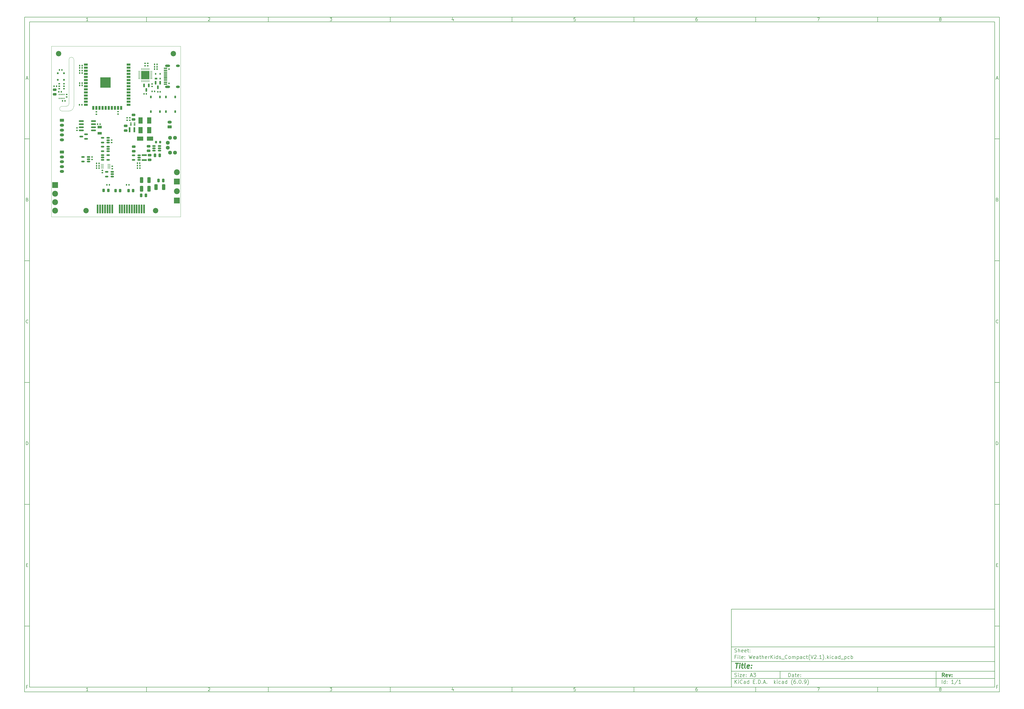
<source format=gbr>
%TF.GenerationSoftware,KiCad,Pcbnew,(6.0.9)*%
%TF.CreationDate,2023-07-16T00:02:42+05:30*%
%TF.ProjectId,WeatherKids_Compact(V2.1),57656174-6865-4724-9b69-64735f436f6d,rev?*%
%TF.SameCoordinates,Original*%
%TF.FileFunction,Soldermask,Top*%
%TF.FilePolarity,Negative*%
%FSLAX46Y46*%
G04 Gerber Fmt 4.6, Leading zero omitted, Abs format (unit mm)*
G04 Created by KiCad (PCBNEW (6.0.9)) date 2023-07-16 00:02:42*
%MOMM*%
%LPD*%
G01*
G04 APERTURE LIST*
G04 Aperture macros list*
%AMRoundRect*
0 Rectangle with rounded corners*
0 $1 Rounding radius*
0 $2 $3 $4 $5 $6 $7 $8 $9 X,Y pos of 4 corners*
0 Add a 4 corners polygon primitive as box body*
4,1,4,$2,$3,$4,$5,$6,$7,$8,$9,$2,$3,0*
0 Add four circle primitives for the rounded corners*
1,1,$1+$1,$2,$3*
1,1,$1+$1,$4,$5*
1,1,$1+$1,$6,$7*
1,1,$1+$1,$8,$9*
0 Add four rect primitives between the rounded corners*
20,1,$1+$1,$2,$3,$4,$5,0*
20,1,$1+$1,$4,$5,$6,$7,0*
20,1,$1+$1,$6,$7,$8,$9,0*
20,1,$1+$1,$8,$9,$2,$3,0*%
G04 Aperture macros list end*
%ADD10C,0.100000*%
%ADD11C,0.150000*%
%ADD12C,0.300000*%
%ADD13C,0.400000*%
%TA.AperFunction,Profile*%
%ADD14C,0.050000*%
%TD*%
%ADD15RoundRect,0.150000X0.512500X0.150000X-0.512500X0.150000X-0.512500X-0.150000X0.512500X-0.150000X0*%
%ADD16RoundRect,0.135000X0.135000X0.185000X-0.135000X0.185000X-0.135000X-0.185000X0.135000X-0.185000X0*%
%ADD17RoundRect,0.250000X0.475000X-0.250000X0.475000X0.250000X-0.475000X0.250000X-0.475000X-0.250000X0*%
%ADD18RoundRect,0.135000X-0.185000X0.135000X-0.185000X-0.135000X0.185000X-0.135000X0.185000X0.135000X0*%
%ADD19RoundRect,0.135000X0.185000X-0.135000X0.185000X0.135000X-0.185000X0.135000X-0.185000X-0.135000X0*%
%ADD20RoundRect,0.140000X-0.140000X-0.170000X0.140000X-0.170000X0.140000X0.170000X-0.140000X0.170000X0*%
%ADD21RoundRect,0.187500X-0.187500X0.312500X-0.187500X-0.312500X0.187500X-0.312500X0.187500X0.312500X0*%
%ADD22C,2.200000*%
%ADD23RoundRect,0.135000X-0.135000X-0.185000X0.135000X-0.185000X0.135000X0.185000X-0.135000X0.185000X0*%
%ADD24R,1.800000X2.500000*%
%ADD25R,2.000000X0.800000*%
%ADD26RoundRect,0.200000X0.200000X0.275000X-0.200000X0.275000X-0.200000X-0.275000X0.200000X-0.275000X0*%
%ADD27RoundRect,0.062500X0.337500X0.062500X-0.337500X0.062500X-0.337500X-0.062500X0.337500X-0.062500X0*%
%ADD28RoundRect,0.062500X0.062500X0.337500X-0.062500X0.337500X-0.062500X-0.337500X0.062500X-0.337500X0*%
%ADD29R,3.350000X3.350000*%
%ADD30RoundRect,0.150000X0.587500X0.150000X-0.587500X0.150000X-0.587500X-0.150000X0.587500X-0.150000X0*%
%ADD31R,2.500000X1.800000*%
%ADD32RoundRect,0.250000X-0.250000X-0.475000X0.250000X-0.475000X0.250000X0.475000X-0.250000X0.475000X0*%
%ADD33RoundRect,0.243750X-0.243750X-0.456250X0.243750X-0.456250X0.243750X0.456250X-0.243750X0.456250X0*%
%ADD34RoundRect,0.250000X0.250000X0.475000X-0.250000X0.475000X-0.250000X-0.475000X0.250000X-0.475000X0*%
%ADD35RoundRect,0.140000X-0.170000X0.140000X-0.170000X-0.140000X0.170000X-0.140000X0.170000X0.140000X0*%
%ADD36RoundRect,0.150000X0.825000X0.150000X-0.825000X0.150000X-0.825000X-0.150000X0.825000X-0.150000X0*%
%ADD37R,2.400000X2.400000*%
%ADD38C,2.400000*%
%ADD39RoundRect,0.250000X-0.412500X-0.925000X0.412500X-0.925000X0.412500X0.925000X-0.412500X0.925000X0*%
%ADD40RoundRect,0.150000X-0.512500X-0.150000X0.512500X-0.150000X0.512500X0.150000X-0.512500X0.150000X0*%
%ADD41C,1.600000*%
%ADD42RoundRect,0.140000X0.140000X0.170000X-0.140000X0.170000X-0.140000X-0.170000X0.140000X-0.170000X0*%
%ADD43R,1.168400X0.254000*%
%ADD44C,0.650000*%
%ADD45R,1.450000X0.600000*%
%ADD46R,1.450000X0.300000*%
%ADD47O,1.600000X1.000000*%
%ADD48O,2.100000X1.000000*%
%ADD49RoundRect,0.243750X0.243750X0.456250X-0.243750X0.456250X-0.243750X-0.456250X0.243750X-0.456250X0*%
%ADD50RoundRect,0.250000X-0.625000X0.350000X-0.625000X-0.350000X0.625000X-0.350000X0.625000X0.350000X0*%
%ADD51O,1.750000X1.200000*%
%ADD52R,0.800000X0.800000*%
%ADD53R,0.700000X3.600000*%
%ADD54RoundRect,0.150000X-0.150000X0.587500X-0.150000X-0.587500X0.150000X-0.587500X0.150000X0.587500X0*%
%ADD55R,1.500000X0.900000*%
%ADD56R,0.900000X1.500000*%
%ADD57C,0.600000*%
%ADD58R,4.200000X4.200000*%
%ADD59R,0.350000X0.500000*%
%ADD60R,0.800000X0.500000*%
%ADD61R,0.800000X2.000000*%
%ADD62R,1.800000X1.000000*%
%ADD63RoundRect,0.140000X0.170000X-0.140000X0.170000X0.140000X-0.170000X0.140000X-0.170000X-0.140000X0*%
%ADD64RoundRect,0.250000X0.625000X-0.350000X0.625000X0.350000X-0.625000X0.350000X-0.625000X-0.350000X0*%
%ADD65RoundRect,0.250000X0.412500X0.925000X-0.412500X0.925000X-0.412500X-0.925000X0.412500X-0.925000X0*%
%ADD66RoundRect,0.250000X-0.475000X0.250000X-0.475000X-0.250000X0.475000X-0.250000X0.475000X0.250000X0*%
%ADD67R,0.670001X0.299999*%
%ADD68R,1.000000X0.700000*%
%ADD69R,0.600000X0.700000*%
G04 APERTURE END LIST*
D10*
D11*
X299989000Y-253002200D02*
X299989000Y-285002200D01*
X407989000Y-285002200D01*
X407989000Y-253002200D01*
X299989000Y-253002200D01*
D10*
D11*
X10000000Y-10000000D02*
X10000000Y-287002200D01*
X409989000Y-287002200D01*
X409989000Y-10000000D01*
X10000000Y-10000000D01*
D10*
D11*
X12000000Y-12000000D02*
X12000000Y-285002200D01*
X407989000Y-285002200D01*
X407989000Y-12000000D01*
X12000000Y-12000000D01*
D10*
D11*
X60000000Y-12000000D02*
X60000000Y-10000000D01*
D10*
D11*
X110000000Y-12000000D02*
X110000000Y-10000000D01*
D10*
D11*
X160000000Y-12000000D02*
X160000000Y-10000000D01*
D10*
D11*
X210000000Y-12000000D02*
X210000000Y-10000000D01*
D10*
D11*
X260000000Y-12000000D02*
X260000000Y-10000000D01*
D10*
D11*
X310000000Y-12000000D02*
X310000000Y-10000000D01*
D10*
D11*
X360000000Y-12000000D02*
X360000000Y-10000000D01*
D10*
D11*
X36065476Y-11588095D02*
X35322619Y-11588095D01*
X35694047Y-11588095D02*
X35694047Y-10288095D01*
X35570238Y-10473809D01*
X35446428Y-10597619D01*
X35322619Y-10659523D01*
D10*
D11*
X85322619Y-10411904D02*
X85384523Y-10350000D01*
X85508333Y-10288095D01*
X85817857Y-10288095D01*
X85941666Y-10350000D01*
X86003571Y-10411904D01*
X86065476Y-10535714D01*
X86065476Y-10659523D01*
X86003571Y-10845238D01*
X85260714Y-11588095D01*
X86065476Y-11588095D01*
D10*
D11*
X135260714Y-10288095D02*
X136065476Y-10288095D01*
X135632142Y-10783333D01*
X135817857Y-10783333D01*
X135941666Y-10845238D01*
X136003571Y-10907142D01*
X136065476Y-11030952D01*
X136065476Y-11340476D01*
X136003571Y-11464285D01*
X135941666Y-11526190D01*
X135817857Y-11588095D01*
X135446428Y-11588095D01*
X135322619Y-11526190D01*
X135260714Y-11464285D01*
D10*
D11*
X185941666Y-10721428D02*
X185941666Y-11588095D01*
X185632142Y-10226190D02*
X185322619Y-11154761D01*
X186127380Y-11154761D01*
D10*
D11*
X236003571Y-10288095D02*
X235384523Y-10288095D01*
X235322619Y-10907142D01*
X235384523Y-10845238D01*
X235508333Y-10783333D01*
X235817857Y-10783333D01*
X235941666Y-10845238D01*
X236003571Y-10907142D01*
X236065476Y-11030952D01*
X236065476Y-11340476D01*
X236003571Y-11464285D01*
X235941666Y-11526190D01*
X235817857Y-11588095D01*
X235508333Y-11588095D01*
X235384523Y-11526190D01*
X235322619Y-11464285D01*
D10*
D11*
X285941666Y-10288095D02*
X285694047Y-10288095D01*
X285570238Y-10350000D01*
X285508333Y-10411904D01*
X285384523Y-10597619D01*
X285322619Y-10845238D01*
X285322619Y-11340476D01*
X285384523Y-11464285D01*
X285446428Y-11526190D01*
X285570238Y-11588095D01*
X285817857Y-11588095D01*
X285941666Y-11526190D01*
X286003571Y-11464285D01*
X286065476Y-11340476D01*
X286065476Y-11030952D01*
X286003571Y-10907142D01*
X285941666Y-10845238D01*
X285817857Y-10783333D01*
X285570238Y-10783333D01*
X285446428Y-10845238D01*
X285384523Y-10907142D01*
X285322619Y-11030952D01*
D10*
D11*
X335260714Y-10288095D02*
X336127380Y-10288095D01*
X335570238Y-11588095D01*
D10*
D11*
X385570238Y-10845238D02*
X385446428Y-10783333D01*
X385384523Y-10721428D01*
X385322619Y-10597619D01*
X385322619Y-10535714D01*
X385384523Y-10411904D01*
X385446428Y-10350000D01*
X385570238Y-10288095D01*
X385817857Y-10288095D01*
X385941666Y-10350000D01*
X386003571Y-10411904D01*
X386065476Y-10535714D01*
X386065476Y-10597619D01*
X386003571Y-10721428D01*
X385941666Y-10783333D01*
X385817857Y-10845238D01*
X385570238Y-10845238D01*
X385446428Y-10907142D01*
X385384523Y-10969047D01*
X385322619Y-11092857D01*
X385322619Y-11340476D01*
X385384523Y-11464285D01*
X385446428Y-11526190D01*
X385570238Y-11588095D01*
X385817857Y-11588095D01*
X385941666Y-11526190D01*
X386003571Y-11464285D01*
X386065476Y-11340476D01*
X386065476Y-11092857D01*
X386003571Y-10969047D01*
X385941666Y-10907142D01*
X385817857Y-10845238D01*
D10*
D11*
X60000000Y-285002200D02*
X60000000Y-287002200D01*
D10*
D11*
X110000000Y-285002200D02*
X110000000Y-287002200D01*
D10*
D11*
X160000000Y-285002200D02*
X160000000Y-287002200D01*
D10*
D11*
X210000000Y-285002200D02*
X210000000Y-287002200D01*
D10*
D11*
X260000000Y-285002200D02*
X260000000Y-287002200D01*
D10*
D11*
X310000000Y-285002200D02*
X310000000Y-287002200D01*
D10*
D11*
X360000000Y-285002200D02*
X360000000Y-287002200D01*
D10*
D11*
X36065476Y-286590295D02*
X35322619Y-286590295D01*
X35694047Y-286590295D02*
X35694047Y-285290295D01*
X35570238Y-285476009D01*
X35446428Y-285599819D01*
X35322619Y-285661723D01*
D10*
D11*
X85322619Y-285414104D02*
X85384523Y-285352200D01*
X85508333Y-285290295D01*
X85817857Y-285290295D01*
X85941666Y-285352200D01*
X86003571Y-285414104D01*
X86065476Y-285537914D01*
X86065476Y-285661723D01*
X86003571Y-285847438D01*
X85260714Y-286590295D01*
X86065476Y-286590295D01*
D10*
D11*
X135260714Y-285290295D02*
X136065476Y-285290295D01*
X135632142Y-285785533D01*
X135817857Y-285785533D01*
X135941666Y-285847438D01*
X136003571Y-285909342D01*
X136065476Y-286033152D01*
X136065476Y-286342676D01*
X136003571Y-286466485D01*
X135941666Y-286528390D01*
X135817857Y-286590295D01*
X135446428Y-286590295D01*
X135322619Y-286528390D01*
X135260714Y-286466485D01*
D10*
D11*
X185941666Y-285723628D02*
X185941666Y-286590295D01*
X185632142Y-285228390D02*
X185322619Y-286156961D01*
X186127380Y-286156961D01*
D10*
D11*
X236003571Y-285290295D02*
X235384523Y-285290295D01*
X235322619Y-285909342D01*
X235384523Y-285847438D01*
X235508333Y-285785533D01*
X235817857Y-285785533D01*
X235941666Y-285847438D01*
X236003571Y-285909342D01*
X236065476Y-286033152D01*
X236065476Y-286342676D01*
X236003571Y-286466485D01*
X235941666Y-286528390D01*
X235817857Y-286590295D01*
X235508333Y-286590295D01*
X235384523Y-286528390D01*
X235322619Y-286466485D01*
D10*
D11*
X285941666Y-285290295D02*
X285694047Y-285290295D01*
X285570238Y-285352200D01*
X285508333Y-285414104D01*
X285384523Y-285599819D01*
X285322619Y-285847438D01*
X285322619Y-286342676D01*
X285384523Y-286466485D01*
X285446428Y-286528390D01*
X285570238Y-286590295D01*
X285817857Y-286590295D01*
X285941666Y-286528390D01*
X286003571Y-286466485D01*
X286065476Y-286342676D01*
X286065476Y-286033152D01*
X286003571Y-285909342D01*
X285941666Y-285847438D01*
X285817857Y-285785533D01*
X285570238Y-285785533D01*
X285446428Y-285847438D01*
X285384523Y-285909342D01*
X285322619Y-286033152D01*
D10*
D11*
X335260714Y-285290295D02*
X336127380Y-285290295D01*
X335570238Y-286590295D01*
D10*
D11*
X385570238Y-285847438D02*
X385446428Y-285785533D01*
X385384523Y-285723628D01*
X385322619Y-285599819D01*
X385322619Y-285537914D01*
X385384523Y-285414104D01*
X385446428Y-285352200D01*
X385570238Y-285290295D01*
X385817857Y-285290295D01*
X385941666Y-285352200D01*
X386003571Y-285414104D01*
X386065476Y-285537914D01*
X386065476Y-285599819D01*
X386003571Y-285723628D01*
X385941666Y-285785533D01*
X385817857Y-285847438D01*
X385570238Y-285847438D01*
X385446428Y-285909342D01*
X385384523Y-285971247D01*
X385322619Y-286095057D01*
X385322619Y-286342676D01*
X385384523Y-286466485D01*
X385446428Y-286528390D01*
X385570238Y-286590295D01*
X385817857Y-286590295D01*
X385941666Y-286528390D01*
X386003571Y-286466485D01*
X386065476Y-286342676D01*
X386065476Y-286095057D01*
X386003571Y-285971247D01*
X385941666Y-285909342D01*
X385817857Y-285847438D01*
D10*
D11*
X10000000Y-60000000D02*
X12000000Y-60000000D01*
D10*
D11*
X10000000Y-110000000D02*
X12000000Y-110000000D01*
D10*
D11*
X10000000Y-160000000D02*
X12000000Y-160000000D01*
D10*
D11*
X10000000Y-210000000D02*
X12000000Y-210000000D01*
D10*
D11*
X10000000Y-260000000D02*
X12000000Y-260000000D01*
D10*
D11*
X10690476Y-35216666D02*
X11309523Y-35216666D01*
X10566666Y-35588095D02*
X11000000Y-34288095D01*
X11433333Y-35588095D01*
D10*
D11*
X11092857Y-84907142D02*
X11278571Y-84969047D01*
X11340476Y-85030952D01*
X11402380Y-85154761D01*
X11402380Y-85340476D01*
X11340476Y-85464285D01*
X11278571Y-85526190D01*
X11154761Y-85588095D01*
X10659523Y-85588095D01*
X10659523Y-84288095D01*
X11092857Y-84288095D01*
X11216666Y-84350000D01*
X11278571Y-84411904D01*
X11340476Y-84535714D01*
X11340476Y-84659523D01*
X11278571Y-84783333D01*
X11216666Y-84845238D01*
X11092857Y-84907142D01*
X10659523Y-84907142D01*
D10*
D11*
X11402380Y-135464285D02*
X11340476Y-135526190D01*
X11154761Y-135588095D01*
X11030952Y-135588095D01*
X10845238Y-135526190D01*
X10721428Y-135402380D01*
X10659523Y-135278571D01*
X10597619Y-135030952D01*
X10597619Y-134845238D01*
X10659523Y-134597619D01*
X10721428Y-134473809D01*
X10845238Y-134350000D01*
X11030952Y-134288095D01*
X11154761Y-134288095D01*
X11340476Y-134350000D01*
X11402380Y-134411904D01*
D10*
D11*
X10659523Y-185588095D02*
X10659523Y-184288095D01*
X10969047Y-184288095D01*
X11154761Y-184350000D01*
X11278571Y-184473809D01*
X11340476Y-184597619D01*
X11402380Y-184845238D01*
X11402380Y-185030952D01*
X11340476Y-185278571D01*
X11278571Y-185402380D01*
X11154761Y-185526190D01*
X10969047Y-185588095D01*
X10659523Y-185588095D01*
D10*
D11*
X10721428Y-234907142D02*
X11154761Y-234907142D01*
X11340476Y-235588095D02*
X10721428Y-235588095D01*
X10721428Y-234288095D01*
X11340476Y-234288095D01*
D10*
D11*
X11185714Y-284907142D02*
X10752380Y-284907142D01*
X10752380Y-285588095D02*
X10752380Y-284288095D01*
X11371428Y-284288095D01*
D10*
D11*
X409989000Y-60000000D02*
X407989000Y-60000000D01*
D10*
D11*
X409989000Y-110000000D02*
X407989000Y-110000000D01*
D10*
D11*
X409989000Y-160000000D02*
X407989000Y-160000000D01*
D10*
D11*
X409989000Y-210000000D02*
X407989000Y-210000000D01*
D10*
D11*
X409989000Y-260000000D02*
X407989000Y-260000000D01*
D10*
D11*
X408679476Y-35216666D02*
X409298523Y-35216666D01*
X408555666Y-35588095D02*
X408989000Y-34288095D01*
X409422333Y-35588095D01*
D10*
D11*
X409081857Y-84907142D02*
X409267571Y-84969047D01*
X409329476Y-85030952D01*
X409391380Y-85154761D01*
X409391380Y-85340476D01*
X409329476Y-85464285D01*
X409267571Y-85526190D01*
X409143761Y-85588095D01*
X408648523Y-85588095D01*
X408648523Y-84288095D01*
X409081857Y-84288095D01*
X409205666Y-84350000D01*
X409267571Y-84411904D01*
X409329476Y-84535714D01*
X409329476Y-84659523D01*
X409267571Y-84783333D01*
X409205666Y-84845238D01*
X409081857Y-84907142D01*
X408648523Y-84907142D01*
D10*
D11*
X409391380Y-135464285D02*
X409329476Y-135526190D01*
X409143761Y-135588095D01*
X409019952Y-135588095D01*
X408834238Y-135526190D01*
X408710428Y-135402380D01*
X408648523Y-135278571D01*
X408586619Y-135030952D01*
X408586619Y-134845238D01*
X408648523Y-134597619D01*
X408710428Y-134473809D01*
X408834238Y-134350000D01*
X409019952Y-134288095D01*
X409143761Y-134288095D01*
X409329476Y-134350000D01*
X409391380Y-134411904D01*
D10*
D11*
X408648523Y-185588095D02*
X408648523Y-184288095D01*
X408958047Y-184288095D01*
X409143761Y-184350000D01*
X409267571Y-184473809D01*
X409329476Y-184597619D01*
X409391380Y-184845238D01*
X409391380Y-185030952D01*
X409329476Y-185278571D01*
X409267571Y-185402380D01*
X409143761Y-185526190D01*
X408958047Y-185588095D01*
X408648523Y-185588095D01*
D10*
D11*
X408710428Y-234907142D02*
X409143761Y-234907142D01*
X409329476Y-235588095D02*
X408710428Y-235588095D01*
X408710428Y-234288095D01*
X409329476Y-234288095D01*
D10*
D11*
X409174714Y-284907142D02*
X408741380Y-284907142D01*
X408741380Y-285588095D02*
X408741380Y-284288095D01*
X409360428Y-284288095D01*
D10*
D11*
X323421142Y-280780771D02*
X323421142Y-279280771D01*
X323778285Y-279280771D01*
X323992571Y-279352200D01*
X324135428Y-279495057D01*
X324206857Y-279637914D01*
X324278285Y-279923628D01*
X324278285Y-280137914D01*
X324206857Y-280423628D01*
X324135428Y-280566485D01*
X323992571Y-280709342D01*
X323778285Y-280780771D01*
X323421142Y-280780771D01*
X325564000Y-280780771D02*
X325564000Y-279995057D01*
X325492571Y-279852200D01*
X325349714Y-279780771D01*
X325064000Y-279780771D01*
X324921142Y-279852200D01*
X325564000Y-280709342D02*
X325421142Y-280780771D01*
X325064000Y-280780771D01*
X324921142Y-280709342D01*
X324849714Y-280566485D01*
X324849714Y-280423628D01*
X324921142Y-280280771D01*
X325064000Y-280209342D01*
X325421142Y-280209342D01*
X325564000Y-280137914D01*
X326064000Y-279780771D02*
X326635428Y-279780771D01*
X326278285Y-279280771D02*
X326278285Y-280566485D01*
X326349714Y-280709342D01*
X326492571Y-280780771D01*
X326635428Y-280780771D01*
X327706857Y-280709342D02*
X327564000Y-280780771D01*
X327278285Y-280780771D01*
X327135428Y-280709342D01*
X327064000Y-280566485D01*
X327064000Y-279995057D01*
X327135428Y-279852200D01*
X327278285Y-279780771D01*
X327564000Y-279780771D01*
X327706857Y-279852200D01*
X327778285Y-279995057D01*
X327778285Y-280137914D01*
X327064000Y-280280771D01*
X328421142Y-280637914D02*
X328492571Y-280709342D01*
X328421142Y-280780771D01*
X328349714Y-280709342D01*
X328421142Y-280637914D01*
X328421142Y-280780771D01*
X328421142Y-279852200D02*
X328492571Y-279923628D01*
X328421142Y-279995057D01*
X328349714Y-279923628D01*
X328421142Y-279852200D01*
X328421142Y-279995057D01*
D10*
D11*
X299989000Y-281502200D02*
X407989000Y-281502200D01*
D10*
D11*
X301421142Y-283580771D02*
X301421142Y-282080771D01*
X302278285Y-283580771D02*
X301635428Y-282723628D01*
X302278285Y-282080771D02*
X301421142Y-282937914D01*
X302921142Y-283580771D02*
X302921142Y-282580771D01*
X302921142Y-282080771D02*
X302849714Y-282152200D01*
X302921142Y-282223628D01*
X302992571Y-282152200D01*
X302921142Y-282080771D01*
X302921142Y-282223628D01*
X304492571Y-283437914D02*
X304421142Y-283509342D01*
X304206857Y-283580771D01*
X304064000Y-283580771D01*
X303849714Y-283509342D01*
X303706857Y-283366485D01*
X303635428Y-283223628D01*
X303564000Y-282937914D01*
X303564000Y-282723628D01*
X303635428Y-282437914D01*
X303706857Y-282295057D01*
X303849714Y-282152200D01*
X304064000Y-282080771D01*
X304206857Y-282080771D01*
X304421142Y-282152200D01*
X304492571Y-282223628D01*
X305778285Y-283580771D02*
X305778285Y-282795057D01*
X305706857Y-282652200D01*
X305564000Y-282580771D01*
X305278285Y-282580771D01*
X305135428Y-282652200D01*
X305778285Y-283509342D02*
X305635428Y-283580771D01*
X305278285Y-283580771D01*
X305135428Y-283509342D01*
X305064000Y-283366485D01*
X305064000Y-283223628D01*
X305135428Y-283080771D01*
X305278285Y-283009342D01*
X305635428Y-283009342D01*
X305778285Y-282937914D01*
X307135428Y-283580771D02*
X307135428Y-282080771D01*
X307135428Y-283509342D02*
X306992571Y-283580771D01*
X306706857Y-283580771D01*
X306564000Y-283509342D01*
X306492571Y-283437914D01*
X306421142Y-283295057D01*
X306421142Y-282866485D01*
X306492571Y-282723628D01*
X306564000Y-282652200D01*
X306706857Y-282580771D01*
X306992571Y-282580771D01*
X307135428Y-282652200D01*
X308992571Y-282795057D02*
X309492571Y-282795057D01*
X309706857Y-283580771D02*
X308992571Y-283580771D01*
X308992571Y-282080771D01*
X309706857Y-282080771D01*
X310349714Y-283437914D02*
X310421142Y-283509342D01*
X310349714Y-283580771D01*
X310278285Y-283509342D01*
X310349714Y-283437914D01*
X310349714Y-283580771D01*
X311064000Y-283580771D02*
X311064000Y-282080771D01*
X311421142Y-282080771D01*
X311635428Y-282152200D01*
X311778285Y-282295057D01*
X311849714Y-282437914D01*
X311921142Y-282723628D01*
X311921142Y-282937914D01*
X311849714Y-283223628D01*
X311778285Y-283366485D01*
X311635428Y-283509342D01*
X311421142Y-283580771D01*
X311064000Y-283580771D01*
X312564000Y-283437914D02*
X312635428Y-283509342D01*
X312564000Y-283580771D01*
X312492571Y-283509342D01*
X312564000Y-283437914D01*
X312564000Y-283580771D01*
X313206857Y-283152200D02*
X313921142Y-283152200D01*
X313064000Y-283580771D02*
X313564000Y-282080771D01*
X314064000Y-283580771D01*
X314564000Y-283437914D02*
X314635428Y-283509342D01*
X314564000Y-283580771D01*
X314492571Y-283509342D01*
X314564000Y-283437914D01*
X314564000Y-283580771D01*
X317564000Y-283580771D02*
X317564000Y-282080771D01*
X317706857Y-283009342D02*
X318135428Y-283580771D01*
X318135428Y-282580771D02*
X317564000Y-283152200D01*
X318778285Y-283580771D02*
X318778285Y-282580771D01*
X318778285Y-282080771D02*
X318706857Y-282152200D01*
X318778285Y-282223628D01*
X318849714Y-282152200D01*
X318778285Y-282080771D01*
X318778285Y-282223628D01*
X320135428Y-283509342D02*
X319992571Y-283580771D01*
X319706857Y-283580771D01*
X319564000Y-283509342D01*
X319492571Y-283437914D01*
X319421142Y-283295057D01*
X319421142Y-282866485D01*
X319492571Y-282723628D01*
X319564000Y-282652200D01*
X319706857Y-282580771D01*
X319992571Y-282580771D01*
X320135428Y-282652200D01*
X321421142Y-283580771D02*
X321421142Y-282795057D01*
X321349714Y-282652200D01*
X321206857Y-282580771D01*
X320921142Y-282580771D01*
X320778285Y-282652200D01*
X321421142Y-283509342D02*
X321278285Y-283580771D01*
X320921142Y-283580771D01*
X320778285Y-283509342D01*
X320706857Y-283366485D01*
X320706857Y-283223628D01*
X320778285Y-283080771D01*
X320921142Y-283009342D01*
X321278285Y-283009342D01*
X321421142Y-282937914D01*
X322778285Y-283580771D02*
X322778285Y-282080771D01*
X322778285Y-283509342D02*
X322635428Y-283580771D01*
X322349714Y-283580771D01*
X322206857Y-283509342D01*
X322135428Y-283437914D01*
X322064000Y-283295057D01*
X322064000Y-282866485D01*
X322135428Y-282723628D01*
X322206857Y-282652200D01*
X322349714Y-282580771D01*
X322635428Y-282580771D01*
X322778285Y-282652200D01*
X325064000Y-284152200D02*
X324992571Y-284080771D01*
X324849714Y-283866485D01*
X324778285Y-283723628D01*
X324706857Y-283509342D01*
X324635428Y-283152200D01*
X324635428Y-282866485D01*
X324706857Y-282509342D01*
X324778285Y-282295057D01*
X324849714Y-282152200D01*
X324992571Y-281937914D01*
X325064000Y-281866485D01*
X326278285Y-282080771D02*
X325992571Y-282080771D01*
X325849714Y-282152200D01*
X325778285Y-282223628D01*
X325635428Y-282437914D01*
X325564000Y-282723628D01*
X325564000Y-283295057D01*
X325635428Y-283437914D01*
X325706857Y-283509342D01*
X325849714Y-283580771D01*
X326135428Y-283580771D01*
X326278285Y-283509342D01*
X326349714Y-283437914D01*
X326421142Y-283295057D01*
X326421142Y-282937914D01*
X326349714Y-282795057D01*
X326278285Y-282723628D01*
X326135428Y-282652200D01*
X325849714Y-282652200D01*
X325706857Y-282723628D01*
X325635428Y-282795057D01*
X325564000Y-282937914D01*
X327064000Y-283437914D02*
X327135428Y-283509342D01*
X327064000Y-283580771D01*
X326992571Y-283509342D01*
X327064000Y-283437914D01*
X327064000Y-283580771D01*
X328064000Y-282080771D02*
X328206857Y-282080771D01*
X328349714Y-282152200D01*
X328421142Y-282223628D01*
X328492571Y-282366485D01*
X328564000Y-282652200D01*
X328564000Y-283009342D01*
X328492571Y-283295057D01*
X328421142Y-283437914D01*
X328349714Y-283509342D01*
X328206857Y-283580771D01*
X328064000Y-283580771D01*
X327921142Y-283509342D01*
X327849714Y-283437914D01*
X327778285Y-283295057D01*
X327706857Y-283009342D01*
X327706857Y-282652200D01*
X327778285Y-282366485D01*
X327849714Y-282223628D01*
X327921142Y-282152200D01*
X328064000Y-282080771D01*
X329206857Y-283437914D02*
X329278285Y-283509342D01*
X329206857Y-283580771D01*
X329135428Y-283509342D01*
X329206857Y-283437914D01*
X329206857Y-283580771D01*
X329992571Y-283580771D02*
X330278285Y-283580771D01*
X330421142Y-283509342D01*
X330492571Y-283437914D01*
X330635428Y-283223628D01*
X330706857Y-282937914D01*
X330706857Y-282366485D01*
X330635428Y-282223628D01*
X330564000Y-282152200D01*
X330421142Y-282080771D01*
X330135428Y-282080771D01*
X329992571Y-282152200D01*
X329921142Y-282223628D01*
X329849714Y-282366485D01*
X329849714Y-282723628D01*
X329921142Y-282866485D01*
X329992571Y-282937914D01*
X330135428Y-283009342D01*
X330421142Y-283009342D01*
X330564000Y-282937914D01*
X330635428Y-282866485D01*
X330706857Y-282723628D01*
X331206857Y-284152200D02*
X331278285Y-284080771D01*
X331421142Y-283866485D01*
X331492571Y-283723628D01*
X331564000Y-283509342D01*
X331635428Y-283152200D01*
X331635428Y-282866485D01*
X331564000Y-282509342D01*
X331492571Y-282295057D01*
X331421142Y-282152200D01*
X331278285Y-281937914D01*
X331206857Y-281866485D01*
D10*
D11*
X299989000Y-278502200D02*
X407989000Y-278502200D01*
D10*
D12*
X387398285Y-280780771D02*
X386898285Y-280066485D01*
X386541142Y-280780771D02*
X386541142Y-279280771D01*
X387112571Y-279280771D01*
X387255428Y-279352200D01*
X387326857Y-279423628D01*
X387398285Y-279566485D01*
X387398285Y-279780771D01*
X387326857Y-279923628D01*
X387255428Y-279995057D01*
X387112571Y-280066485D01*
X386541142Y-280066485D01*
X388612571Y-280709342D02*
X388469714Y-280780771D01*
X388184000Y-280780771D01*
X388041142Y-280709342D01*
X387969714Y-280566485D01*
X387969714Y-279995057D01*
X388041142Y-279852200D01*
X388184000Y-279780771D01*
X388469714Y-279780771D01*
X388612571Y-279852200D01*
X388684000Y-279995057D01*
X388684000Y-280137914D01*
X387969714Y-280280771D01*
X389184000Y-279780771D02*
X389541142Y-280780771D01*
X389898285Y-279780771D01*
X390469714Y-280637914D02*
X390541142Y-280709342D01*
X390469714Y-280780771D01*
X390398285Y-280709342D01*
X390469714Y-280637914D01*
X390469714Y-280780771D01*
X390469714Y-279852200D02*
X390541142Y-279923628D01*
X390469714Y-279995057D01*
X390398285Y-279923628D01*
X390469714Y-279852200D01*
X390469714Y-279995057D01*
D10*
D11*
X301349714Y-280709342D02*
X301564000Y-280780771D01*
X301921142Y-280780771D01*
X302064000Y-280709342D01*
X302135428Y-280637914D01*
X302206857Y-280495057D01*
X302206857Y-280352200D01*
X302135428Y-280209342D01*
X302064000Y-280137914D01*
X301921142Y-280066485D01*
X301635428Y-279995057D01*
X301492571Y-279923628D01*
X301421142Y-279852200D01*
X301349714Y-279709342D01*
X301349714Y-279566485D01*
X301421142Y-279423628D01*
X301492571Y-279352200D01*
X301635428Y-279280771D01*
X301992571Y-279280771D01*
X302206857Y-279352200D01*
X302849714Y-280780771D02*
X302849714Y-279780771D01*
X302849714Y-279280771D02*
X302778285Y-279352200D01*
X302849714Y-279423628D01*
X302921142Y-279352200D01*
X302849714Y-279280771D01*
X302849714Y-279423628D01*
X303421142Y-279780771D02*
X304206857Y-279780771D01*
X303421142Y-280780771D01*
X304206857Y-280780771D01*
X305349714Y-280709342D02*
X305206857Y-280780771D01*
X304921142Y-280780771D01*
X304778285Y-280709342D01*
X304706857Y-280566485D01*
X304706857Y-279995057D01*
X304778285Y-279852200D01*
X304921142Y-279780771D01*
X305206857Y-279780771D01*
X305349714Y-279852200D01*
X305421142Y-279995057D01*
X305421142Y-280137914D01*
X304706857Y-280280771D01*
X306064000Y-280637914D02*
X306135428Y-280709342D01*
X306064000Y-280780771D01*
X305992571Y-280709342D01*
X306064000Y-280637914D01*
X306064000Y-280780771D01*
X306064000Y-279852200D02*
X306135428Y-279923628D01*
X306064000Y-279995057D01*
X305992571Y-279923628D01*
X306064000Y-279852200D01*
X306064000Y-279995057D01*
X307849714Y-280352200D02*
X308564000Y-280352200D01*
X307706857Y-280780771D02*
X308206857Y-279280771D01*
X308706857Y-280780771D01*
X309064000Y-279280771D02*
X309992571Y-279280771D01*
X309492571Y-279852200D01*
X309706857Y-279852200D01*
X309849714Y-279923628D01*
X309921142Y-279995057D01*
X309992571Y-280137914D01*
X309992571Y-280495057D01*
X309921142Y-280637914D01*
X309849714Y-280709342D01*
X309706857Y-280780771D01*
X309278285Y-280780771D01*
X309135428Y-280709342D01*
X309064000Y-280637914D01*
D10*
D11*
X386421142Y-283580771D02*
X386421142Y-282080771D01*
X387778285Y-283580771D02*
X387778285Y-282080771D01*
X387778285Y-283509342D02*
X387635428Y-283580771D01*
X387349714Y-283580771D01*
X387206857Y-283509342D01*
X387135428Y-283437914D01*
X387064000Y-283295057D01*
X387064000Y-282866485D01*
X387135428Y-282723628D01*
X387206857Y-282652200D01*
X387349714Y-282580771D01*
X387635428Y-282580771D01*
X387778285Y-282652200D01*
X388492571Y-283437914D02*
X388564000Y-283509342D01*
X388492571Y-283580771D01*
X388421142Y-283509342D01*
X388492571Y-283437914D01*
X388492571Y-283580771D01*
X388492571Y-282652200D02*
X388564000Y-282723628D01*
X388492571Y-282795057D01*
X388421142Y-282723628D01*
X388492571Y-282652200D01*
X388492571Y-282795057D01*
X391135428Y-283580771D02*
X390278285Y-283580771D01*
X390706857Y-283580771D02*
X390706857Y-282080771D01*
X390564000Y-282295057D01*
X390421142Y-282437914D01*
X390278285Y-282509342D01*
X392849714Y-282009342D02*
X391564000Y-283937914D01*
X394135428Y-283580771D02*
X393278285Y-283580771D01*
X393706857Y-283580771D02*
X393706857Y-282080771D01*
X393564000Y-282295057D01*
X393421142Y-282437914D01*
X393278285Y-282509342D01*
D10*
D11*
X299989000Y-274502200D02*
X407989000Y-274502200D01*
D10*
D13*
X301701380Y-275206961D02*
X302844238Y-275206961D01*
X302022809Y-277206961D02*
X302272809Y-275206961D01*
X303260904Y-277206961D02*
X303427571Y-275873628D01*
X303510904Y-275206961D02*
X303403761Y-275302200D01*
X303487095Y-275397438D01*
X303594238Y-275302200D01*
X303510904Y-275206961D01*
X303487095Y-275397438D01*
X304094238Y-275873628D02*
X304856142Y-275873628D01*
X304463285Y-275206961D02*
X304249000Y-276921247D01*
X304320428Y-277111723D01*
X304499000Y-277206961D01*
X304689476Y-277206961D01*
X305641857Y-277206961D02*
X305463285Y-277111723D01*
X305391857Y-276921247D01*
X305606142Y-275206961D01*
X307177571Y-277111723D02*
X306975190Y-277206961D01*
X306594238Y-277206961D01*
X306415666Y-277111723D01*
X306344238Y-276921247D01*
X306439476Y-276159342D01*
X306558523Y-275968866D01*
X306760904Y-275873628D01*
X307141857Y-275873628D01*
X307320428Y-275968866D01*
X307391857Y-276159342D01*
X307368047Y-276349819D01*
X306391857Y-276540295D01*
X308141857Y-277016485D02*
X308225190Y-277111723D01*
X308118047Y-277206961D01*
X308034714Y-277111723D01*
X308141857Y-277016485D01*
X308118047Y-277206961D01*
X308272809Y-275968866D02*
X308356142Y-276064104D01*
X308249000Y-276159342D01*
X308165666Y-276064104D01*
X308272809Y-275968866D01*
X308249000Y-276159342D01*
D10*
D11*
X301921142Y-272595057D02*
X301421142Y-272595057D01*
X301421142Y-273380771D02*
X301421142Y-271880771D01*
X302135428Y-271880771D01*
X302706857Y-273380771D02*
X302706857Y-272380771D01*
X302706857Y-271880771D02*
X302635428Y-271952200D01*
X302706857Y-272023628D01*
X302778285Y-271952200D01*
X302706857Y-271880771D01*
X302706857Y-272023628D01*
X303635428Y-273380771D02*
X303492571Y-273309342D01*
X303421142Y-273166485D01*
X303421142Y-271880771D01*
X304778285Y-273309342D02*
X304635428Y-273380771D01*
X304349714Y-273380771D01*
X304206857Y-273309342D01*
X304135428Y-273166485D01*
X304135428Y-272595057D01*
X304206857Y-272452200D01*
X304349714Y-272380771D01*
X304635428Y-272380771D01*
X304778285Y-272452200D01*
X304849714Y-272595057D01*
X304849714Y-272737914D01*
X304135428Y-272880771D01*
X305492571Y-273237914D02*
X305564000Y-273309342D01*
X305492571Y-273380771D01*
X305421142Y-273309342D01*
X305492571Y-273237914D01*
X305492571Y-273380771D01*
X305492571Y-272452200D02*
X305564000Y-272523628D01*
X305492571Y-272595057D01*
X305421142Y-272523628D01*
X305492571Y-272452200D01*
X305492571Y-272595057D01*
X307206857Y-271880771D02*
X307564000Y-273380771D01*
X307849714Y-272309342D01*
X308135428Y-273380771D01*
X308492571Y-271880771D01*
X309635428Y-273309342D02*
X309492571Y-273380771D01*
X309206857Y-273380771D01*
X309064000Y-273309342D01*
X308992571Y-273166485D01*
X308992571Y-272595057D01*
X309064000Y-272452200D01*
X309206857Y-272380771D01*
X309492571Y-272380771D01*
X309635428Y-272452200D01*
X309706857Y-272595057D01*
X309706857Y-272737914D01*
X308992571Y-272880771D01*
X310992571Y-273380771D02*
X310992571Y-272595057D01*
X310921142Y-272452200D01*
X310778285Y-272380771D01*
X310492571Y-272380771D01*
X310349714Y-272452200D01*
X310992571Y-273309342D02*
X310849714Y-273380771D01*
X310492571Y-273380771D01*
X310349714Y-273309342D01*
X310278285Y-273166485D01*
X310278285Y-273023628D01*
X310349714Y-272880771D01*
X310492571Y-272809342D01*
X310849714Y-272809342D01*
X310992571Y-272737914D01*
X311492571Y-272380771D02*
X312064000Y-272380771D01*
X311706857Y-271880771D02*
X311706857Y-273166485D01*
X311778285Y-273309342D01*
X311921142Y-273380771D01*
X312064000Y-273380771D01*
X312564000Y-273380771D02*
X312564000Y-271880771D01*
X313206857Y-273380771D02*
X313206857Y-272595057D01*
X313135428Y-272452200D01*
X312992571Y-272380771D01*
X312778285Y-272380771D01*
X312635428Y-272452200D01*
X312564000Y-272523628D01*
X314492571Y-273309342D02*
X314349714Y-273380771D01*
X314064000Y-273380771D01*
X313921142Y-273309342D01*
X313849714Y-273166485D01*
X313849714Y-272595057D01*
X313921142Y-272452200D01*
X314064000Y-272380771D01*
X314349714Y-272380771D01*
X314492571Y-272452200D01*
X314564000Y-272595057D01*
X314564000Y-272737914D01*
X313849714Y-272880771D01*
X315206857Y-273380771D02*
X315206857Y-272380771D01*
X315206857Y-272666485D02*
X315278285Y-272523628D01*
X315349714Y-272452200D01*
X315492571Y-272380771D01*
X315635428Y-272380771D01*
X316135428Y-273380771D02*
X316135428Y-271880771D01*
X316992571Y-273380771D02*
X316349714Y-272523628D01*
X316992571Y-271880771D02*
X316135428Y-272737914D01*
X317635428Y-273380771D02*
X317635428Y-272380771D01*
X317635428Y-271880771D02*
X317564000Y-271952200D01*
X317635428Y-272023628D01*
X317706857Y-271952200D01*
X317635428Y-271880771D01*
X317635428Y-272023628D01*
X318992571Y-273380771D02*
X318992571Y-271880771D01*
X318992571Y-273309342D02*
X318849714Y-273380771D01*
X318564000Y-273380771D01*
X318421142Y-273309342D01*
X318349714Y-273237914D01*
X318278285Y-273095057D01*
X318278285Y-272666485D01*
X318349714Y-272523628D01*
X318421142Y-272452200D01*
X318564000Y-272380771D01*
X318849714Y-272380771D01*
X318992571Y-272452200D01*
X319635428Y-273309342D02*
X319778285Y-273380771D01*
X320064000Y-273380771D01*
X320206857Y-273309342D01*
X320278285Y-273166485D01*
X320278285Y-273095057D01*
X320206857Y-272952200D01*
X320064000Y-272880771D01*
X319849714Y-272880771D01*
X319706857Y-272809342D01*
X319635428Y-272666485D01*
X319635428Y-272595057D01*
X319706857Y-272452200D01*
X319849714Y-272380771D01*
X320064000Y-272380771D01*
X320206857Y-272452200D01*
X320564000Y-273523628D02*
X321706857Y-273523628D01*
X322921142Y-273237914D02*
X322849714Y-273309342D01*
X322635428Y-273380771D01*
X322492571Y-273380771D01*
X322278285Y-273309342D01*
X322135428Y-273166485D01*
X322064000Y-273023628D01*
X321992571Y-272737914D01*
X321992571Y-272523628D01*
X322064000Y-272237914D01*
X322135428Y-272095057D01*
X322278285Y-271952200D01*
X322492571Y-271880771D01*
X322635428Y-271880771D01*
X322849714Y-271952200D01*
X322921142Y-272023628D01*
X323778285Y-273380771D02*
X323635428Y-273309342D01*
X323564000Y-273237914D01*
X323492571Y-273095057D01*
X323492571Y-272666485D01*
X323564000Y-272523628D01*
X323635428Y-272452200D01*
X323778285Y-272380771D01*
X323992571Y-272380771D01*
X324135428Y-272452200D01*
X324206857Y-272523628D01*
X324278285Y-272666485D01*
X324278285Y-273095057D01*
X324206857Y-273237914D01*
X324135428Y-273309342D01*
X323992571Y-273380771D01*
X323778285Y-273380771D01*
X324921142Y-273380771D02*
X324921142Y-272380771D01*
X324921142Y-272523628D02*
X324992571Y-272452200D01*
X325135428Y-272380771D01*
X325349714Y-272380771D01*
X325492571Y-272452200D01*
X325564000Y-272595057D01*
X325564000Y-273380771D01*
X325564000Y-272595057D02*
X325635428Y-272452200D01*
X325778285Y-272380771D01*
X325992571Y-272380771D01*
X326135428Y-272452200D01*
X326206857Y-272595057D01*
X326206857Y-273380771D01*
X326921142Y-272380771D02*
X326921142Y-273880771D01*
X326921142Y-272452200D02*
X327064000Y-272380771D01*
X327349714Y-272380771D01*
X327492571Y-272452200D01*
X327564000Y-272523628D01*
X327635428Y-272666485D01*
X327635428Y-273095057D01*
X327564000Y-273237914D01*
X327492571Y-273309342D01*
X327349714Y-273380771D01*
X327064000Y-273380771D01*
X326921142Y-273309342D01*
X328921142Y-273380771D02*
X328921142Y-272595057D01*
X328849714Y-272452200D01*
X328706857Y-272380771D01*
X328421142Y-272380771D01*
X328278285Y-272452200D01*
X328921142Y-273309342D02*
X328778285Y-273380771D01*
X328421142Y-273380771D01*
X328278285Y-273309342D01*
X328206857Y-273166485D01*
X328206857Y-273023628D01*
X328278285Y-272880771D01*
X328421142Y-272809342D01*
X328778285Y-272809342D01*
X328921142Y-272737914D01*
X330278285Y-273309342D02*
X330135428Y-273380771D01*
X329849714Y-273380771D01*
X329706857Y-273309342D01*
X329635428Y-273237914D01*
X329564000Y-273095057D01*
X329564000Y-272666485D01*
X329635428Y-272523628D01*
X329706857Y-272452200D01*
X329849714Y-272380771D01*
X330135428Y-272380771D01*
X330278285Y-272452200D01*
X330706857Y-272380771D02*
X331278285Y-272380771D01*
X330921142Y-271880771D02*
X330921142Y-273166485D01*
X330992571Y-273309342D01*
X331135428Y-273380771D01*
X331278285Y-273380771D01*
X332206857Y-273952200D02*
X332135428Y-273880771D01*
X331992571Y-273666485D01*
X331921142Y-273523628D01*
X331849714Y-273309342D01*
X331778285Y-272952200D01*
X331778285Y-272666485D01*
X331849714Y-272309342D01*
X331921142Y-272095057D01*
X331992571Y-271952200D01*
X332135428Y-271737914D01*
X332206857Y-271666485D01*
X332564000Y-271880771D02*
X333064000Y-273380771D01*
X333564000Y-271880771D01*
X333992571Y-272023628D02*
X334064000Y-271952200D01*
X334206857Y-271880771D01*
X334564000Y-271880771D01*
X334706857Y-271952200D01*
X334778285Y-272023628D01*
X334849714Y-272166485D01*
X334849714Y-272309342D01*
X334778285Y-272523628D01*
X333921142Y-273380771D01*
X334849714Y-273380771D01*
X335492571Y-273237914D02*
X335564000Y-273309342D01*
X335492571Y-273380771D01*
X335421142Y-273309342D01*
X335492571Y-273237914D01*
X335492571Y-273380771D01*
X336992571Y-273380771D02*
X336135428Y-273380771D01*
X336564000Y-273380771D02*
X336564000Y-271880771D01*
X336421142Y-272095057D01*
X336278285Y-272237914D01*
X336135428Y-272309342D01*
X337492571Y-273952200D02*
X337564000Y-273880771D01*
X337706857Y-273666485D01*
X337778285Y-273523628D01*
X337849714Y-273309342D01*
X337921142Y-272952200D01*
X337921142Y-272666485D01*
X337849714Y-272309342D01*
X337778285Y-272095057D01*
X337706857Y-271952200D01*
X337564000Y-271737914D01*
X337492571Y-271666485D01*
X338635428Y-273237914D02*
X338706857Y-273309342D01*
X338635428Y-273380771D01*
X338564000Y-273309342D01*
X338635428Y-273237914D01*
X338635428Y-273380771D01*
X339349714Y-273380771D02*
X339349714Y-271880771D01*
X339492571Y-272809342D02*
X339921142Y-273380771D01*
X339921142Y-272380771D02*
X339349714Y-272952200D01*
X340564000Y-273380771D02*
X340564000Y-272380771D01*
X340564000Y-271880771D02*
X340492571Y-271952200D01*
X340564000Y-272023628D01*
X340635428Y-271952200D01*
X340564000Y-271880771D01*
X340564000Y-272023628D01*
X341921142Y-273309342D02*
X341778285Y-273380771D01*
X341492571Y-273380771D01*
X341349714Y-273309342D01*
X341278285Y-273237914D01*
X341206857Y-273095057D01*
X341206857Y-272666485D01*
X341278285Y-272523628D01*
X341349714Y-272452200D01*
X341492571Y-272380771D01*
X341778285Y-272380771D01*
X341921142Y-272452200D01*
X343206857Y-273380771D02*
X343206857Y-272595057D01*
X343135428Y-272452200D01*
X342992571Y-272380771D01*
X342706857Y-272380771D01*
X342564000Y-272452200D01*
X343206857Y-273309342D02*
X343064000Y-273380771D01*
X342706857Y-273380771D01*
X342564000Y-273309342D01*
X342492571Y-273166485D01*
X342492571Y-273023628D01*
X342564000Y-272880771D01*
X342706857Y-272809342D01*
X343064000Y-272809342D01*
X343206857Y-272737914D01*
X344564000Y-273380771D02*
X344564000Y-271880771D01*
X344564000Y-273309342D02*
X344421142Y-273380771D01*
X344135428Y-273380771D01*
X343992571Y-273309342D01*
X343921142Y-273237914D01*
X343849714Y-273095057D01*
X343849714Y-272666485D01*
X343921142Y-272523628D01*
X343992571Y-272452200D01*
X344135428Y-272380771D01*
X344421142Y-272380771D01*
X344564000Y-272452200D01*
X344921142Y-273523628D02*
X346064000Y-273523628D01*
X346421142Y-272380771D02*
X346421142Y-273880771D01*
X346421142Y-272452200D02*
X346564000Y-272380771D01*
X346849714Y-272380771D01*
X346992571Y-272452200D01*
X347064000Y-272523628D01*
X347135428Y-272666485D01*
X347135428Y-273095057D01*
X347064000Y-273237914D01*
X346992571Y-273309342D01*
X346849714Y-273380771D01*
X346564000Y-273380771D01*
X346421142Y-273309342D01*
X348421142Y-273309342D02*
X348278285Y-273380771D01*
X347992571Y-273380771D01*
X347849714Y-273309342D01*
X347778285Y-273237914D01*
X347706857Y-273095057D01*
X347706857Y-272666485D01*
X347778285Y-272523628D01*
X347849714Y-272452200D01*
X347992571Y-272380771D01*
X348278285Y-272380771D01*
X348421142Y-272452200D01*
X349064000Y-273380771D02*
X349064000Y-271880771D01*
X349064000Y-272452200D02*
X349206857Y-272380771D01*
X349492571Y-272380771D01*
X349635428Y-272452200D01*
X349706857Y-272523628D01*
X349778285Y-272666485D01*
X349778285Y-273095057D01*
X349706857Y-273237914D01*
X349635428Y-273309342D01*
X349492571Y-273380771D01*
X349206857Y-273380771D01*
X349064000Y-273309342D01*
D10*
D11*
X299989000Y-268502200D02*
X407989000Y-268502200D01*
D10*
D11*
X301349714Y-270609342D02*
X301564000Y-270680771D01*
X301921142Y-270680771D01*
X302064000Y-270609342D01*
X302135428Y-270537914D01*
X302206857Y-270395057D01*
X302206857Y-270252200D01*
X302135428Y-270109342D01*
X302064000Y-270037914D01*
X301921142Y-269966485D01*
X301635428Y-269895057D01*
X301492571Y-269823628D01*
X301421142Y-269752200D01*
X301349714Y-269609342D01*
X301349714Y-269466485D01*
X301421142Y-269323628D01*
X301492571Y-269252200D01*
X301635428Y-269180771D01*
X301992571Y-269180771D01*
X302206857Y-269252200D01*
X302849714Y-270680771D02*
X302849714Y-269180771D01*
X303492571Y-270680771D02*
X303492571Y-269895057D01*
X303421142Y-269752200D01*
X303278285Y-269680771D01*
X303064000Y-269680771D01*
X302921142Y-269752200D01*
X302849714Y-269823628D01*
X304778285Y-270609342D02*
X304635428Y-270680771D01*
X304349714Y-270680771D01*
X304206857Y-270609342D01*
X304135428Y-270466485D01*
X304135428Y-269895057D01*
X304206857Y-269752200D01*
X304349714Y-269680771D01*
X304635428Y-269680771D01*
X304778285Y-269752200D01*
X304849714Y-269895057D01*
X304849714Y-270037914D01*
X304135428Y-270180771D01*
X306064000Y-270609342D02*
X305921142Y-270680771D01*
X305635428Y-270680771D01*
X305492571Y-270609342D01*
X305421142Y-270466485D01*
X305421142Y-269895057D01*
X305492571Y-269752200D01*
X305635428Y-269680771D01*
X305921142Y-269680771D01*
X306064000Y-269752200D01*
X306135428Y-269895057D01*
X306135428Y-270037914D01*
X305421142Y-270180771D01*
X306564000Y-269680771D02*
X307135428Y-269680771D01*
X306778285Y-269180771D02*
X306778285Y-270466485D01*
X306849714Y-270609342D01*
X306992571Y-270680771D01*
X307135428Y-270680771D01*
X307635428Y-270537914D02*
X307706857Y-270609342D01*
X307635428Y-270680771D01*
X307564000Y-270609342D01*
X307635428Y-270537914D01*
X307635428Y-270680771D01*
X307635428Y-269752200D02*
X307706857Y-269823628D01*
X307635428Y-269895057D01*
X307564000Y-269823628D01*
X307635428Y-269752200D01*
X307635428Y-269895057D01*
D10*
D12*
D10*
D11*
D10*
D11*
D10*
D11*
D10*
D11*
D10*
D11*
X319989000Y-278502200D02*
X319989000Y-281502200D01*
D10*
D11*
X383989000Y-278502200D02*
X383989000Y-285002200D01*
D14*
X21000000Y-92000000D02*
X74000000Y-92000000D01*
X25351225Y-46600000D02*
G75*
G03*
X25351225Y-48600000I50025J-1000000D01*
G01*
X30200000Y-27451225D02*
G75*
G03*
X28200000Y-27451225I-1000000J-50025D01*
G01*
X74000000Y-92000000D02*
X74000000Y-22000000D01*
X30200000Y-27451225D02*
X30200000Y-46600000D01*
X28200000Y-45600000D02*
X28200000Y-27451225D01*
X27100000Y-46600000D02*
G75*
G03*
X28200000Y-45600000I50000J1050000D01*
G01*
X21000000Y-22000000D02*
X21000000Y-92000000D01*
X74000000Y-22000000D02*
X21000000Y-22000000D01*
X28100000Y-48600000D02*
G75*
G03*
X30200000Y-46600000I50000J2050000D01*
G01*
X25351225Y-48600000D02*
X28100000Y-48600000D01*
X25351225Y-46600000D02*
X27100000Y-46600000D01*
D15*
%TO.C,U4*%
X56987500Y-68650000D03*
X56987500Y-67700000D03*
X56987500Y-66750000D03*
X54712500Y-66750000D03*
X54712500Y-68650000D03*
%TD*%
D16*
%TO.C,R7*%
X57310000Y-71000000D03*
X56290000Y-71000000D03*
%TD*%
D17*
%TO.C,C6*%
X54700000Y-52050000D03*
X54700000Y-50150000D03*
%TD*%
D15*
%TO.C,U11*%
X45937500Y-75450000D03*
X45937500Y-74500000D03*
X45937500Y-73550000D03*
X43662500Y-73550000D03*
X43662500Y-75450000D03*
%TD*%
D18*
%TO.C,R24*%
X59480000Y-28990000D03*
X59480000Y-30010000D03*
%TD*%
D16*
%TO.C,R21*%
X40572500Y-70040000D03*
X39552500Y-70040000D03*
%TD*%
D19*
%TO.C,R11*%
X48350000Y-49820000D03*
X48350000Y-48800000D03*
%TD*%
D20*
%TO.C,C25*%
X64670000Y-40650000D03*
X65630000Y-40650000D03*
%TD*%
D21*
%TO.C,SW3*%
X65575000Y-42800000D03*
X65575000Y-48800000D03*
X61825000Y-42800000D03*
X61825000Y-48800000D03*
%TD*%
D22*
%TO.C,H2*%
X71000000Y-25000000D03*
%TD*%
D16*
%TO.C,R2*%
X44820000Y-78900000D03*
X43800000Y-78900000D03*
%TD*%
D17*
%TO.C,C9*%
X54750000Y-65100000D03*
X54750000Y-63200000D03*
%TD*%
D23*
%TO.C,R8*%
X56290000Y-72050000D03*
X57310000Y-72050000D03*
%TD*%
D24*
%TO.C,D4*%
X57550000Y-56440000D03*
X57550000Y-52440000D03*
%TD*%
D25*
%TO.C,L2*%
X59112500Y-66700000D03*
X59112500Y-68700000D03*
%TD*%
D26*
%TO.C,R1*%
X65612500Y-61350000D03*
X63962500Y-61350000D03*
%TD*%
D27*
%TO.C,U15*%
X61980000Y-35300000D03*
X61980000Y-34800000D03*
X61980000Y-34300000D03*
X61980000Y-33800000D03*
X61980000Y-33300000D03*
X61980000Y-32800000D03*
X61980000Y-32300000D03*
D28*
X61030000Y-31350000D03*
X60530000Y-31350000D03*
X60030000Y-31350000D03*
X59530000Y-31350000D03*
X59030000Y-31350000D03*
X58530000Y-31350000D03*
X58030000Y-31350000D03*
D27*
X57080000Y-32300000D03*
X57080000Y-32800000D03*
X57080000Y-33300000D03*
X57080000Y-33800000D03*
X57080000Y-34300000D03*
X57080000Y-34800000D03*
X57080000Y-35300000D03*
D28*
X58030000Y-36250000D03*
X58530000Y-36250000D03*
X59030000Y-36250000D03*
X59530000Y-36250000D03*
X60030000Y-36250000D03*
X60530000Y-36250000D03*
X61030000Y-36250000D03*
D29*
X59530000Y-33800000D03*
%TD*%
D16*
%TO.C,R14*%
X25100000Y-40700000D03*
X24080000Y-40700000D03*
%TD*%
D30*
%TO.C,D7*%
X35187500Y-60000000D03*
X35187500Y-58100000D03*
X33312500Y-59050000D03*
%TD*%
D31*
%TO.C,D3*%
X57450000Y-59940000D03*
X61450000Y-59940000D03*
%TD*%
D32*
%TO.C,C2*%
X63512500Y-66800000D03*
X65412500Y-66800000D03*
%TD*%
D33*
%TO.C,D2*%
X42462500Y-81150000D03*
X44337500Y-81150000D03*
%TD*%
D34*
%TO.C,C3*%
X66862500Y-77060000D03*
X64962500Y-77060000D03*
%TD*%
D35*
%TO.C,C16*%
X27300000Y-41820000D03*
X27300000Y-42780000D03*
%TD*%
D36*
%TO.C,U7*%
X38255000Y-56505000D03*
X38255000Y-55235000D03*
X38255000Y-53965000D03*
X38255000Y-52695000D03*
X33305000Y-52695000D03*
X33305000Y-53965000D03*
X33305000Y-55235000D03*
X33305000Y-56505000D03*
%TD*%
D37*
%TO.C,J2*%
X72500000Y-85305000D03*
D38*
X72500000Y-81495000D03*
%TD*%
D39*
%TO.C,C20*%
X57962500Y-76900000D03*
X61037500Y-76900000D03*
%TD*%
D40*
%TO.C,U1*%
X63062500Y-62950000D03*
X63062500Y-63900000D03*
X63062500Y-64850000D03*
X65337500Y-64850000D03*
X65337500Y-63900000D03*
X65337500Y-62950000D03*
%TD*%
D41*
%TO.C,SW1*%
X71725000Y-59550000D03*
X69725000Y-59550000D03*
X71725000Y-65650000D03*
X69725000Y-65650000D03*
X68725000Y-61600000D03*
X68725000Y-63600000D03*
%TD*%
D42*
%TO.C,C26*%
X59980000Y-41500000D03*
X59020000Y-41500000D03*
%TD*%
D43*
%TO.C,U9*%
X44634100Y-71990001D03*
X44634100Y-71490000D03*
X44634100Y-70990000D03*
X44634100Y-70489999D03*
X41890900Y-70489999D03*
X41890900Y-70990000D03*
X41890900Y-71490000D03*
X41890900Y-71990001D03*
%TD*%
D44*
%TO.C,J11*%
X69230000Y-31410000D03*
X69230000Y-37190000D03*
D45*
X67785000Y-37550000D03*
X67785000Y-36750000D03*
D46*
X67785000Y-35550000D03*
X67785000Y-34550000D03*
X67785000Y-34050000D03*
X67785000Y-33050000D03*
D45*
X67785000Y-31850000D03*
X67785000Y-31050000D03*
X67785000Y-31050000D03*
X67785000Y-31850000D03*
D46*
X67785000Y-32550000D03*
X67785000Y-33550000D03*
X67785000Y-35050000D03*
X67785000Y-36050000D03*
D45*
X67785000Y-36750000D03*
X67785000Y-37550000D03*
D47*
X72880000Y-38620000D03*
D48*
X68700000Y-29980000D03*
D47*
X72880000Y-29980000D03*
D48*
X68700000Y-38620000D03*
%TD*%
D49*
%TO.C,D1*%
X49237500Y-81200000D03*
X47362500Y-81200000D03*
%TD*%
D42*
%TO.C,C18*%
X33600000Y-37100000D03*
X32640000Y-37100000D03*
%TD*%
D50*
%TO.C,J6*%
X25350000Y-52400000D03*
D51*
X25350000Y-54400000D03*
X25350000Y-56400000D03*
X25350000Y-58400000D03*
X25350000Y-60400000D03*
%TD*%
D21*
%TO.C,SW2*%
X71775000Y-42800000D03*
X71775000Y-48800000D03*
X68025000Y-42800000D03*
X68025000Y-48800000D03*
%TD*%
D19*
%TO.C,R4*%
X52050000Y-52360000D03*
X52050000Y-51340000D03*
%TD*%
%TO.C,R10*%
X39450000Y-49910000D03*
X39450000Y-48890000D03*
%TD*%
D52*
%TO.C,U5*%
X23660000Y-35800000D03*
X26200000Y-35800000D03*
X26200000Y-33100000D03*
X23660000Y-33100000D03*
%TD*%
D22*
%TO.C,J10*%
X63800000Y-89490000D03*
X35200000Y-89490000D03*
D53*
X59000000Y-88800000D03*
X58000000Y-88800000D03*
X57000000Y-88800000D03*
X56000000Y-88800000D03*
X55000000Y-88800000D03*
X54000000Y-88800000D03*
X53000000Y-88800000D03*
X52000000Y-88800000D03*
X51000000Y-88800000D03*
X50000000Y-88800000D03*
X49000000Y-88800000D03*
X46000000Y-88800000D03*
X45000000Y-88800000D03*
X44000000Y-88800000D03*
X43000000Y-88800000D03*
X42000000Y-88800000D03*
X41000000Y-88800000D03*
X40000000Y-88800000D03*
%TD*%
D23*
%TO.C,R12*%
X22090000Y-38400000D03*
X23110000Y-38400000D03*
%TD*%
D19*
%TO.C,R25*%
X62290000Y-38510000D03*
X62290000Y-37490000D03*
%TD*%
D42*
%TO.C,C11*%
X57280000Y-70000000D03*
X56320000Y-70000000D03*
%TD*%
D18*
%TO.C,R17*%
X45762500Y-60530000D03*
X45762500Y-61550000D03*
%TD*%
D54*
%TO.C,Q1*%
X60940000Y-38062500D03*
X59040000Y-38062500D03*
X59990000Y-39937500D03*
%TD*%
D23*
%TO.C,R9*%
X32490000Y-46000000D03*
X33510000Y-46000000D03*
%TD*%
D55*
%TO.C,U3*%
X35150000Y-29495000D03*
X35150000Y-30765000D03*
X35150000Y-32035000D03*
X35150000Y-33305000D03*
X35150000Y-34575000D03*
X35150000Y-35845000D03*
X35150000Y-37115000D03*
X35150000Y-38385000D03*
X35150000Y-39655000D03*
X35150000Y-40925000D03*
X35150000Y-42195000D03*
X35150000Y-43465000D03*
X35150000Y-44735000D03*
X35150000Y-46005000D03*
D56*
X38190000Y-47255000D03*
X39460000Y-47255000D03*
X40730000Y-47255000D03*
X42000000Y-47255000D03*
X43270000Y-47255000D03*
X44540000Y-47255000D03*
X45810000Y-47255000D03*
X47080000Y-47255000D03*
X48350000Y-47255000D03*
X49620000Y-47255000D03*
D55*
X52650000Y-46005000D03*
X52650000Y-44735000D03*
X52650000Y-43465000D03*
X52650000Y-42195000D03*
X52650000Y-40925000D03*
X52650000Y-39655000D03*
X52650000Y-38385000D03*
X52650000Y-37115000D03*
X52650000Y-35845000D03*
X52650000Y-34575000D03*
X52650000Y-33305000D03*
X52650000Y-32035000D03*
X52650000Y-30765000D03*
X52650000Y-29495000D03*
D57*
X43982500Y-35310000D03*
D58*
X43220000Y-36835000D03*
D57*
X42457500Y-38360000D03*
X43982500Y-38360000D03*
X43220000Y-37597500D03*
X41695000Y-36072500D03*
X43982500Y-36835000D03*
X44745000Y-37597500D03*
X42457500Y-35310000D03*
X41695000Y-37597500D03*
X43220000Y-36072500D03*
X42457500Y-36835000D03*
X44745000Y-36072500D03*
%TD*%
D19*
%TO.C,R22*%
X37700000Y-68420000D03*
X37700000Y-67400000D03*
%TD*%
D54*
%TO.C,Q2*%
X65640000Y-36962500D03*
X63740000Y-36962500D03*
X64690000Y-38837500D03*
%TD*%
D42*
%TO.C,C7*%
X33580000Y-30900000D03*
X32620000Y-30900000D03*
%TD*%
D17*
%TO.C,C4*%
X51450000Y-56590000D03*
X51450000Y-54690000D03*
%TD*%
D20*
%TO.C,C23*%
X63350000Y-30400000D03*
X64310000Y-30400000D03*
%TD*%
D59*
%TO.C,U8*%
X26175000Y-43400000D03*
X25525000Y-43400000D03*
X24875000Y-43400000D03*
X24225000Y-43400000D03*
X24225000Y-41800000D03*
X24875000Y-41800000D03*
X25525000Y-41800000D03*
X26175000Y-41800000D03*
%TD*%
D19*
%TO.C,R16*%
X46000000Y-72270000D03*
X46000000Y-71250000D03*
%TD*%
D17*
%TO.C,C5*%
X60912500Y-64900000D03*
X60912500Y-63000000D03*
%TD*%
D60*
%TO.C,U6*%
X24200000Y-37400000D03*
X24200000Y-38400000D03*
X24200000Y-39400000D03*
X26200000Y-39400000D03*
X26200000Y-38400000D03*
X26200000Y-37400000D03*
%TD*%
D61*
%TO.C,L1*%
X53050000Y-56240000D03*
X55050000Y-56240000D03*
%TD*%
D37*
%TO.C,J3*%
X72500000Y-77505000D03*
D38*
X72500000Y-73695000D03*
%TD*%
D16*
%TO.C,R15*%
X26560000Y-44450000D03*
X25540000Y-44450000D03*
%TD*%
%TO.C,R6*%
X52810000Y-78900000D03*
X51790000Y-78900000D03*
%TD*%
%TO.C,R20*%
X33600000Y-38100000D03*
X32580000Y-38100000D03*
%TD*%
D24*
%TO.C,D5*%
X61150000Y-56440000D03*
X61150000Y-52440000D03*
%TD*%
D62*
%TO.C,Y1*%
X40780000Y-55200000D03*
X40780000Y-57700000D03*
%TD*%
D15*
%TO.C,U13*%
X36237500Y-69330000D03*
X36237500Y-68380000D03*
X36237500Y-67430000D03*
X33962500Y-67430000D03*
X33962500Y-69330000D03*
%TD*%
D63*
%TO.C,C15*%
X31480000Y-56500000D03*
X31480000Y-55540000D03*
%TD*%
D20*
%TO.C,C24*%
X63350000Y-31400000D03*
X64310000Y-31400000D03*
%TD*%
D64*
%TO.C,J4*%
X69550000Y-55100000D03*
D51*
X69550000Y-53100000D03*
%TD*%
D16*
%TO.C,R26*%
X63300000Y-40500000D03*
X62280000Y-40500000D03*
%TD*%
D35*
%TO.C,C17*%
X41900000Y-72910000D03*
X41900000Y-73870000D03*
%TD*%
D15*
%TO.C,U14*%
X44300000Y-61490000D03*
X44300000Y-60540000D03*
X44300000Y-59590000D03*
X42025000Y-59590000D03*
X42025000Y-61490000D03*
%TD*%
%TO.C,U10*%
X44300000Y-65090000D03*
X44300000Y-64140000D03*
X44300000Y-63190000D03*
X42025000Y-63190000D03*
X42025000Y-65090000D03*
%TD*%
D20*
%TO.C,C22*%
X63350000Y-29400000D03*
X64310000Y-29400000D03*
%TD*%
D22*
%TO.C,H1*%
X24000000Y-25000000D03*
%TD*%
D50*
%TO.C,J7*%
X25350000Y-65400000D03*
D51*
X25350000Y-67400000D03*
X25350000Y-69400000D03*
X25350000Y-71400000D03*
X25350000Y-73400000D03*
%TD*%
D23*
%TO.C,R5*%
X32570000Y-33000000D03*
X33590000Y-33000000D03*
%TD*%
D32*
%TO.C,C21*%
X57850000Y-83150000D03*
X59750000Y-83150000D03*
%TD*%
D40*
%TO.C,U12*%
X42025000Y-66690000D03*
X42025000Y-67640000D03*
X42025000Y-68590000D03*
X44300000Y-68590000D03*
X44300000Y-66690000D03*
%TD*%
D16*
%TO.C,R19*%
X40572500Y-71040000D03*
X39552500Y-71040000D03*
%TD*%
%TO.C,R13*%
X41000000Y-53950000D03*
X39980000Y-53950000D03*
%TD*%
D19*
%TO.C,R23*%
X60530000Y-30010000D03*
X60530000Y-28990000D03*
%TD*%
D37*
%TO.C,J1*%
X22505000Y-78985000D03*
D38*
X22505000Y-82485000D03*
X22505000Y-85985000D03*
X22505000Y-89485000D03*
%TD*%
D33*
%TO.C,D6*%
X52662500Y-81200000D03*
X54537500Y-81200000D03*
%TD*%
D20*
%TO.C,C13*%
X24320000Y-31700000D03*
X25280000Y-31700000D03*
%TD*%
D42*
%TO.C,C8*%
X33580000Y-29900000D03*
X32620000Y-29900000D03*
%TD*%
D18*
%TO.C,R3*%
X53150000Y-51340000D03*
X53150000Y-52360000D03*
%TD*%
D65*
%TO.C,C1*%
X67037500Y-79800000D03*
X63962500Y-79800000D03*
%TD*%
D66*
%TO.C,C14*%
X22350000Y-39800000D03*
X22350000Y-41700000D03*
%TD*%
D67*
%TO.C,U2*%
X55090001Y-53439998D03*
X55090001Y-54439999D03*
X53609999Y-54439999D03*
X53609999Y-53439998D03*
X55090001Y-53939997D03*
X53609999Y-53939997D03*
%TD*%
D68*
%TO.C,D8*%
X63950000Y-35300000D03*
D69*
X65650000Y-35300000D03*
X65650000Y-33300000D03*
X63750000Y-33300000D03*
%TD*%
D17*
%TO.C,C12*%
X61312500Y-68600000D03*
X61312500Y-66700000D03*
%TD*%
D16*
%TO.C,R18*%
X40560000Y-72050000D03*
X39540000Y-72050000D03*
%TD*%
D39*
%TO.C,C19*%
X58012500Y-80450000D03*
X61087500Y-80450000D03*
%TD*%
D42*
%TO.C,C10*%
X33580000Y-32000000D03*
X32620000Y-32000000D03*
%TD*%
M02*

</source>
